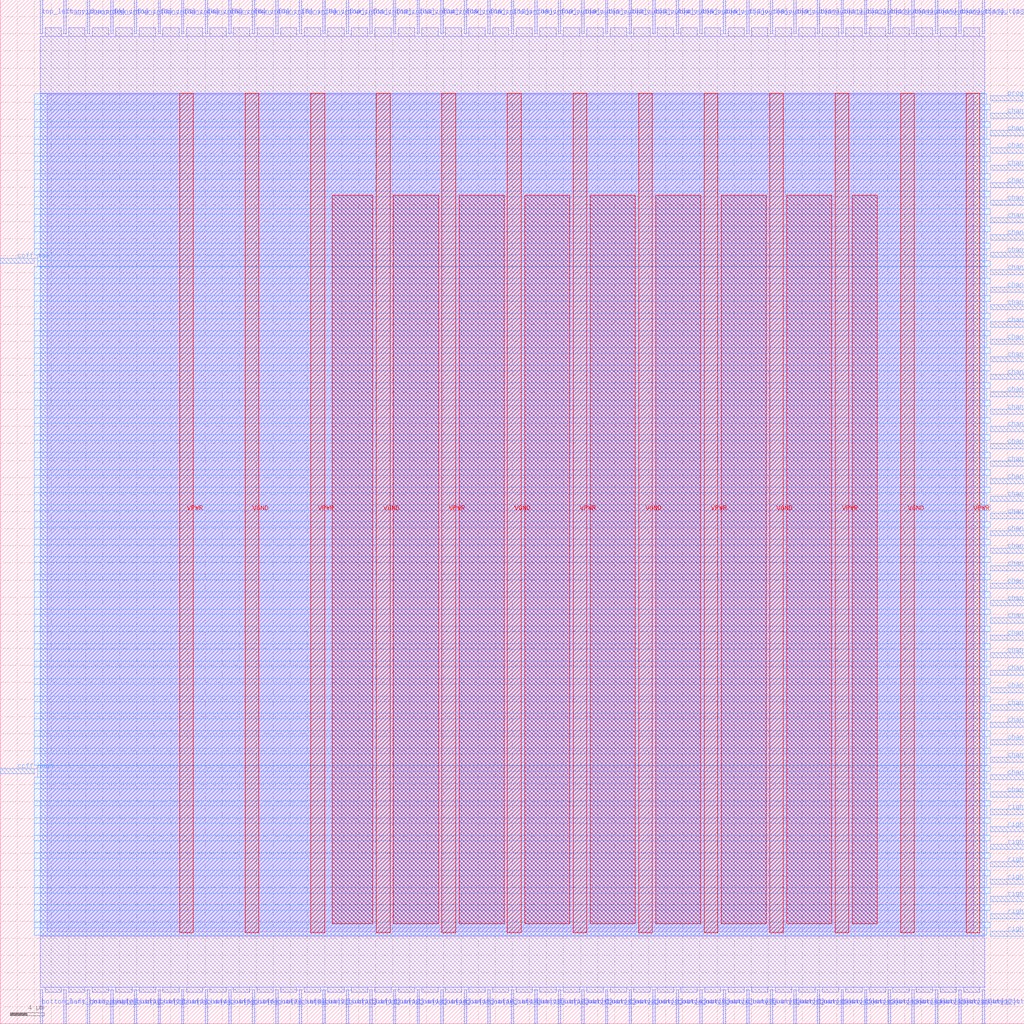
<source format=lef>
VERSION 5.7 ;
  NOWIREEXTENSIONATPIN ON ;
  DIVIDERCHAR "/" ;
  BUSBITCHARS "[]" ;
MACRO sb_0__1_
  CLASS BLOCK ;
  FOREIGN sb_0__1_ ;
  ORIGIN 0.000 0.000 ;
  SIZE 120.000 BY 120.000 ;
  PIN VGND
    DIRECTION INOUT ;
    USE GROUND ;
    PORT
      LAYER met4 ;
        RECT 28.720 10.640 30.320 109.040 ;
    END
    PORT
      LAYER met4 ;
        RECT 44.080 10.640 45.680 109.040 ;
    END
    PORT
      LAYER met4 ;
        RECT 59.440 10.640 61.040 109.040 ;
    END
    PORT
      LAYER met4 ;
        RECT 74.800 10.640 76.400 109.040 ;
    END
    PORT
      LAYER met4 ;
        RECT 90.160 10.640 91.760 109.040 ;
    END
    PORT
      LAYER met4 ;
        RECT 105.520 10.640 107.120 109.040 ;
    END
  END VGND
  PIN VPWR
    DIRECTION INOUT ;
    USE POWER ;
    PORT
      LAYER met4 ;
        RECT 21.040 10.640 22.640 109.040 ;
    END
    PORT
      LAYER met4 ;
        RECT 36.400 10.640 38.000 109.040 ;
    END
    PORT
      LAYER met4 ;
        RECT 51.760 10.640 53.360 109.040 ;
    END
    PORT
      LAYER met4 ;
        RECT 67.120 10.640 68.720 109.040 ;
    END
    PORT
      LAYER met4 ;
        RECT 82.480 10.640 84.080 109.040 ;
    END
    PORT
      LAYER met4 ;
        RECT 97.840 10.640 99.440 109.040 ;
    END
    PORT
      LAYER met4 ;
        RECT 113.200 10.640 114.800 109.040 ;
    END
  END VPWR
  PIN bottom_left_grid_pin_1_
    DIRECTION INPUT ;
    USE SIGNAL ;
    PORT
      LAYER met2 ;
        RECT 4.690 0.000 4.970 4.000 ;
    END
  END bottom_left_grid_pin_1_
  PIN ccff_head
    DIRECTION INPUT ;
    USE SIGNAL ;
    PORT
      LAYER met3 ;
        RECT 0.000 29.280 4.000 29.880 ;
    END
  END ccff_head
  PIN ccff_tail
    DIRECTION OUTPUT TRISTATE ;
    USE SIGNAL ;
    PORT
      LAYER met3 ;
        RECT 0.000 89.120 4.000 89.720 ;
    END
  END ccff_tail
  PIN chanx_right_in[0]
    DIRECTION INPUT ;
    USE SIGNAL ;
    PORT
      LAYER met3 ;
        RECT 116.000 26.560 120.000 27.160 ;
    END
  END chanx_right_in[0]
  PIN chanx_right_in[10]
    DIRECTION INPUT ;
    USE SIGNAL ;
    PORT
      LAYER met3 ;
        RECT 116.000 46.960 120.000 47.560 ;
    END
  END chanx_right_in[10]
  PIN chanx_right_in[11]
    DIRECTION INPUT ;
    USE SIGNAL ;
    PORT
      LAYER met3 ;
        RECT 116.000 49.000 120.000 49.600 ;
    END
  END chanx_right_in[11]
  PIN chanx_right_in[12]
    DIRECTION INPUT ;
    USE SIGNAL ;
    PORT
      LAYER met3 ;
        RECT 116.000 51.040 120.000 51.640 ;
    END
  END chanx_right_in[12]
  PIN chanx_right_in[13]
    DIRECTION INPUT ;
    USE SIGNAL ;
    PORT
      LAYER met3 ;
        RECT 116.000 53.080 120.000 53.680 ;
    END
  END chanx_right_in[13]
  PIN chanx_right_in[14]
    DIRECTION INPUT ;
    USE SIGNAL ;
    PORT
      LAYER met3 ;
        RECT 116.000 55.120 120.000 55.720 ;
    END
  END chanx_right_in[14]
  PIN chanx_right_in[15]
    DIRECTION INPUT ;
    USE SIGNAL ;
    PORT
      LAYER met3 ;
        RECT 116.000 57.160 120.000 57.760 ;
    END
  END chanx_right_in[15]
  PIN chanx_right_in[16]
    DIRECTION INPUT ;
    USE SIGNAL ;
    PORT
      LAYER met3 ;
        RECT 116.000 59.200 120.000 59.800 ;
    END
  END chanx_right_in[16]
  PIN chanx_right_in[17]
    DIRECTION INPUT ;
    USE SIGNAL ;
    PORT
      LAYER met3 ;
        RECT 116.000 61.240 120.000 61.840 ;
    END
  END chanx_right_in[17]
  PIN chanx_right_in[18]
    DIRECTION INPUT ;
    USE SIGNAL ;
    PORT
      LAYER met3 ;
        RECT 116.000 63.280 120.000 63.880 ;
    END
  END chanx_right_in[18]
  PIN chanx_right_in[19]
    DIRECTION INPUT ;
    USE SIGNAL ;
    PORT
      LAYER met3 ;
        RECT 116.000 65.320 120.000 65.920 ;
    END
  END chanx_right_in[19]
  PIN chanx_right_in[1]
    DIRECTION INPUT ;
    USE SIGNAL ;
    PORT
      LAYER met3 ;
        RECT 116.000 28.600 120.000 29.200 ;
    END
  END chanx_right_in[1]
  PIN chanx_right_in[2]
    DIRECTION INPUT ;
    USE SIGNAL ;
    PORT
      LAYER met3 ;
        RECT 116.000 30.640 120.000 31.240 ;
    END
  END chanx_right_in[2]
  PIN chanx_right_in[3]
    DIRECTION INPUT ;
    USE SIGNAL ;
    PORT
      LAYER met3 ;
        RECT 116.000 32.680 120.000 33.280 ;
    END
  END chanx_right_in[3]
  PIN chanx_right_in[4]
    DIRECTION INPUT ;
    USE SIGNAL ;
    PORT
      LAYER met3 ;
        RECT 116.000 34.720 120.000 35.320 ;
    END
  END chanx_right_in[4]
  PIN chanx_right_in[5]
    DIRECTION INPUT ;
    USE SIGNAL ;
    PORT
      LAYER met3 ;
        RECT 116.000 36.760 120.000 37.360 ;
    END
  END chanx_right_in[5]
  PIN chanx_right_in[6]
    DIRECTION INPUT ;
    USE SIGNAL ;
    PORT
      LAYER met3 ;
        RECT 116.000 38.800 120.000 39.400 ;
    END
  END chanx_right_in[6]
  PIN chanx_right_in[7]
    DIRECTION INPUT ;
    USE SIGNAL ;
    PORT
      LAYER met3 ;
        RECT 116.000 40.840 120.000 41.440 ;
    END
  END chanx_right_in[7]
  PIN chanx_right_in[8]
    DIRECTION INPUT ;
    USE SIGNAL ;
    PORT
      LAYER met3 ;
        RECT 116.000 42.880 120.000 43.480 ;
    END
  END chanx_right_in[8]
  PIN chanx_right_in[9]
    DIRECTION INPUT ;
    USE SIGNAL ;
    PORT
      LAYER met3 ;
        RECT 116.000 44.920 120.000 45.520 ;
    END
  END chanx_right_in[9]
  PIN chanx_right_out[0]
    DIRECTION OUTPUT TRISTATE ;
    USE SIGNAL ;
    PORT
      LAYER met3 ;
        RECT 116.000 67.360 120.000 67.960 ;
    END
  END chanx_right_out[0]
  PIN chanx_right_out[10]
    DIRECTION OUTPUT TRISTATE ;
    USE SIGNAL ;
    PORT
      LAYER met3 ;
        RECT 116.000 87.760 120.000 88.360 ;
    END
  END chanx_right_out[10]
  PIN chanx_right_out[11]
    DIRECTION OUTPUT TRISTATE ;
    USE SIGNAL ;
    PORT
      LAYER met3 ;
        RECT 116.000 89.800 120.000 90.400 ;
    END
  END chanx_right_out[11]
  PIN chanx_right_out[12]
    DIRECTION OUTPUT TRISTATE ;
    USE SIGNAL ;
    PORT
      LAYER met3 ;
        RECT 116.000 91.840 120.000 92.440 ;
    END
  END chanx_right_out[12]
  PIN chanx_right_out[13]
    DIRECTION OUTPUT TRISTATE ;
    USE SIGNAL ;
    PORT
      LAYER met3 ;
        RECT 116.000 93.880 120.000 94.480 ;
    END
  END chanx_right_out[13]
  PIN chanx_right_out[14]
    DIRECTION OUTPUT TRISTATE ;
    USE SIGNAL ;
    PORT
      LAYER met3 ;
        RECT 116.000 95.920 120.000 96.520 ;
    END
  END chanx_right_out[14]
  PIN chanx_right_out[15]
    DIRECTION OUTPUT TRISTATE ;
    USE SIGNAL ;
    PORT
      LAYER met3 ;
        RECT 116.000 97.960 120.000 98.560 ;
    END
  END chanx_right_out[15]
  PIN chanx_right_out[16]
    DIRECTION OUTPUT TRISTATE ;
    USE SIGNAL ;
    PORT
      LAYER met3 ;
        RECT 116.000 100.000 120.000 100.600 ;
    END
  END chanx_right_out[16]
  PIN chanx_right_out[17]
    DIRECTION OUTPUT TRISTATE ;
    USE SIGNAL ;
    PORT
      LAYER met3 ;
        RECT 116.000 102.040 120.000 102.640 ;
    END
  END chanx_right_out[17]
  PIN chanx_right_out[18]
    DIRECTION OUTPUT TRISTATE ;
    USE SIGNAL ;
    PORT
      LAYER met3 ;
        RECT 116.000 104.080 120.000 104.680 ;
    END
  END chanx_right_out[18]
  PIN chanx_right_out[19]
    DIRECTION OUTPUT TRISTATE ;
    USE SIGNAL ;
    PORT
      LAYER met3 ;
        RECT 116.000 106.120 120.000 106.720 ;
    END
  END chanx_right_out[19]
  PIN chanx_right_out[1]
    DIRECTION OUTPUT TRISTATE ;
    USE SIGNAL ;
    PORT
      LAYER met3 ;
        RECT 116.000 69.400 120.000 70.000 ;
    END
  END chanx_right_out[1]
  PIN chanx_right_out[2]
    DIRECTION OUTPUT TRISTATE ;
    USE SIGNAL ;
    PORT
      LAYER met3 ;
        RECT 116.000 71.440 120.000 72.040 ;
    END
  END chanx_right_out[2]
  PIN chanx_right_out[3]
    DIRECTION OUTPUT TRISTATE ;
    USE SIGNAL ;
    PORT
      LAYER met3 ;
        RECT 116.000 73.480 120.000 74.080 ;
    END
  END chanx_right_out[3]
  PIN chanx_right_out[4]
    DIRECTION OUTPUT TRISTATE ;
    USE SIGNAL ;
    PORT
      LAYER met3 ;
        RECT 116.000 75.520 120.000 76.120 ;
    END
  END chanx_right_out[4]
  PIN chanx_right_out[5]
    DIRECTION OUTPUT TRISTATE ;
    USE SIGNAL ;
    PORT
      LAYER met3 ;
        RECT 116.000 77.560 120.000 78.160 ;
    END
  END chanx_right_out[5]
  PIN chanx_right_out[6]
    DIRECTION OUTPUT TRISTATE ;
    USE SIGNAL ;
    PORT
      LAYER met3 ;
        RECT 116.000 79.600 120.000 80.200 ;
    END
  END chanx_right_out[6]
  PIN chanx_right_out[7]
    DIRECTION OUTPUT TRISTATE ;
    USE SIGNAL ;
    PORT
      LAYER met3 ;
        RECT 116.000 81.640 120.000 82.240 ;
    END
  END chanx_right_out[7]
  PIN chanx_right_out[8]
    DIRECTION OUTPUT TRISTATE ;
    USE SIGNAL ;
    PORT
      LAYER met3 ;
        RECT 116.000 83.680 120.000 84.280 ;
    END
  END chanx_right_out[8]
  PIN chanx_right_out[9]
    DIRECTION OUTPUT TRISTATE ;
    USE SIGNAL ;
    PORT
      LAYER met3 ;
        RECT 116.000 85.720 120.000 86.320 ;
    END
  END chanx_right_out[9]
  PIN chany_bottom_in[0]
    DIRECTION INPUT ;
    USE SIGNAL ;
    PORT
      LAYER met2 ;
        RECT 7.450 0.000 7.730 4.000 ;
    END
  END chany_bottom_in[0]
  PIN chany_bottom_in[10]
    DIRECTION INPUT ;
    USE SIGNAL ;
    PORT
      LAYER met2 ;
        RECT 35.050 0.000 35.330 4.000 ;
    END
  END chany_bottom_in[10]
  PIN chany_bottom_in[11]
    DIRECTION INPUT ;
    USE SIGNAL ;
    PORT
      LAYER met2 ;
        RECT 37.810 0.000 38.090 4.000 ;
    END
  END chany_bottom_in[11]
  PIN chany_bottom_in[12]
    DIRECTION INPUT ;
    USE SIGNAL ;
    PORT
      LAYER met2 ;
        RECT 40.570 0.000 40.850 4.000 ;
    END
  END chany_bottom_in[12]
  PIN chany_bottom_in[13]
    DIRECTION INPUT ;
    USE SIGNAL ;
    PORT
      LAYER met2 ;
        RECT 43.330 0.000 43.610 4.000 ;
    END
  END chany_bottom_in[13]
  PIN chany_bottom_in[14]
    DIRECTION INPUT ;
    USE SIGNAL ;
    PORT
      LAYER met2 ;
        RECT 46.090 0.000 46.370 4.000 ;
    END
  END chany_bottom_in[14]
  PIN chany_bottom_in[15]
    DIRECTION INPUT ;
    USE SIGNAL ;
    PORT
      LAYER met2 ;
        RECT 48.850 0.000 49.130 4.000 ;
    END
  END chany_bottom_in[15]
  PIN chany_bottom_in[16]
    DIRECTION INPUT ;
    USE SIGNAL ;
    PORT
      LAYER met2 ;
        RECT 51.610 0.000 51.890 4.000 ;
    END
  END chany_bottom_in[16]
  PIN chany_bottom_in[17]
    DIRECTION INPUT ;
    USE SIGNAL ;
    PORT
      LAYER met2 ;
        RECT 54.370 0.000 54.650 4.000 ;
    END
  END chany_bottom_in[17]
  PIN chany_bottom_in[18]
    DIRECTION INPUT ;
    USE SIGNAL ;
    PORT
      LAYER met2 ;
        RECT 57.130 0.000 57.410 4.000 ;
    END
  END chany_bottom_in[18]
  PIN chany_bottom_in[19]
    DIRECTION INPUT ;
    USE SIGNAL ;
    PORT
      LAYER met2 ;
        RECT 59.890 0.000 60.170 4.000 ;
    END
  END chany_bottom_in[19]
  PIN chany_bottom_in[1]
    DIRECTION INPUT ;
    USE SIGNAL ;
    PORT
      LAYER met2 ;
        RECT 10.210 0.000 10.490 4.000 ;
    END
  END chany_bottom_in[1]
  PIN chany_bottom_in[2]
    DIRECTION INPUT ;
    USE SIGNAL ;
    PORT
      LAYER met2 ;
        RECT 12.970 0.000 13.250 4.000 ;
    END
  END chany_bottom_in[2]
  PIN chany_bottom_in[3]
    DIRECTION INPUT ;
    USE SIGNAL ;
    PORT
      LAYER met2 ;
        RECT 15.730 0.000 16.010 4.000 ;
    END
  END chany_bottom_in[3]
  PIN chany_bottom_in[4]
    DIRECTION INPUT ;
    USE SIGNAL ;
    PORT
      LAYER met2 ;
        RECT 18.490 0.000 18.770 4.000 ;
    END
  END chany_bottom_in[4]
  PIN chany_bottom_in[5]
    DIRECTION INPUT ;
    USE SIGNAL ;
    PORT
      LAYER met2 ;
        RECT 21.250 0.000 21.530 4.000 ;
    END
  END chany_bottom_in[5]
  PIN chany_bottom_in[6]
    DIRECTION INPUT ;
    USE SIGNAL ;
    PORT
      LAYER met2 ;
        RECT 24.010 0.000 24.290 4.000 ;
    END
  END chany_bottom_in[6]
  PIN chany_bottom_in[7]
    DIRECTION INPUT ;
    USE SIGNAL ;
    PORT
      LAYER met2 ;
        RECT 26.770 0.000 27.050 4.000 ;
    END
  END chany_bottom_in[7]
  PIN chany_bottom_in[8]
    DIRECTION INPUT ;
    USE SIGNAL ;
    PORT
      LAYER met2 ;
        RECT 29.530 0.000 29.810 4.000 ;
    END
  END chany_bottom_in[8]
  PIN chany_bottom_in[9]
    DIRECTION INPUT ;
    USE SIGNAL ;
    PORT
      LAYER met2 ;
        RECT 32.290 0.000 32.570 4.000 ;
    END
  END chany_bottom_in[9]
  PIN chany_bottom_out[0]
    DIRECTION OUTPUT TRISTATE ;
    USE SIGNAL ;
    PORT
      LAYER met2 ;
        RECT 62.650 0.000 62.930 4.000 ;
    END
  END chany_bottom_out[0]
  PIN chany_bottom_out[10]
    DIRECTION OUTPUT TRISTATE ;
    USE SIGNAL ;
    PORT
      LAYER met2 ;
        RECT 90.250 0.000 90.530 4.000 ;
    END
  END chany_bottom_out[10]
  PIN chany_bottom_out[11]
    DIRECTION OUTPUT TRISTATE ;
    USE SIGNAL ;
    PORT
      LAYER met2 ;
        RECT 93.010 0.000 93.290 4.000 ;
    END
  END chany_bottom_out[11]
  PIN chany_bottom_out[12]
    DIRECTION OUTPUT TRISTATE ;
    USE SIGNAL ;
    PORT
      LAYER met2 ;
        RECT 95.770 0.000 96.050 4.000 ;
    END
  END chany_bottom_out[12]
  PIN chany_bottom_out[13]
    DIRECTION OUTPUT TRISTATE ;
    USE SIGNAL ;
    PORT
      LAYER met2 ;
        RECT 98.530 0.000 98.810 4.000 ;
    END
  END chany_bottom_out[13]
  PIN chany_bottom_out[14]
    DIRECTION OUTPUT TRISTATE ;
    USE SIGNAL ;
    PORT
      LAYER met2 ;
        RECT 101.290 0.000 101.570 4.000 ;
    END
  END chany_bottom_out[14]
  PIN chany_bottom_out[15]
    DIRECTION OUTPUT TRISTATE ;
    USE SIGNAL ;
    PORT
      LAYER met2 ;
        RECT 104.050 0.000 104.330 4.000 ;
    END
  END chany_bottom_out[15]
  PIN chany_bottom_out[16]
    DIRECTION OUTPUT TRISTATE ;
    USE SIGNAL ;
    PORT
      LAYER met2 ;
        RECT 106.810 0.000 107.090 4.000 ;
    END
  END chany_bottom_out[16]
  PIN chany_bottom_out[17]
    DIRECTION OUTPUT TRISTATE ;
    USE SIGNAL ;
    PORT
      LAYER met2 ;
        RECT 109.570 0.000 109.850 4.000 ;
    END
  END chany_bottom_out[17]
  PIN chany_bottom_out[18]
    DIRECTION OUTPUT TRISTATE ;
    USE SIGNAL ;
    PORT
      LAYER met2 ;
        RECT 112.330 0.000 112.610 4.000 ;
    END
  END chany_bottom_out[18]
  PIN chany_bottom_out[19]
    DIRECTION OUTPUT TRISTATE ;
    USE SIGNAL ;
    PORT
      LAYER met2 ;
        RECT 115.090 0.000 115.370 4.000 ;
    END
  END chany_bottom_out[19]
  PIN chany_bottom_out[1]
    DIRECTION OUTPUT TRISTATE ;
    USE SIGNAL ;
    PORT
      LAYER met2 ;
        RECT 65.410 0.000 65.690 4.000 ;
    END
  END chany_bottom_out[1]
  PIN chany_bottom_out[2]
    DIRECTION OUTPUT TRISTATE ;
    USE SIGNAL ;
    PORT
      LAYER met2 ;
        RECT 68.170 0.000 68.450 4.000 ;
    END
  END chany_bottom_out[2]
  PIN chany_bottom_out[3]
    DIRECTION OUTPUT TRISTATE ;
    USE SIGNAL ;
    PORT
      LAYER met2 ;
        RECT 70.930 0.000 71.210 4.000 ;
    END
  END chany_bottom_out[3]
  PIN chany_bottom_out[4]
    DIRECTION OUTPUT TRISTATE ;
    USE SIGNAL ;
    PORT
      LAYER met2 ;
        RECT 73.690 0.000 73.970 4.000 ;
    END
  END chany_bottom_out[4]
  PIN chany_bottom_out[5]
    DIRECTION OUTPUT TRISTATE ;
    USE SIGNAL ;
    PORT
      LAYER met2 ;
        RECT 76.450 0.000 76.730 4.000 ;
    END
  END chany_bottom_out[5]
  PIN chany_bottom_out[6]
    DIRECTION OUTPUT TRISTATE ;
    USE SIGNAL ;
    PORT
      LAYER met2 ;
        RECT 79.210 0.000 79.490 4.000 ;
    END
  END chany_bottom_out[6]
  PIN chany_bottom_out[7]
    DIRECTION OUTPUT TRISTATE ;
    USE SIGNAL ;
    PORT
      LAYER met2 ;
        RECT 81.970 0.000 82.250 4.000 ;
    END
  END chany_bottom_out[7]
  PIN chany_bottom_out[8]
    DIRECTION OUTPUT TRISTATE ;
    USE SIGNAL ;
    PORT
      LAYER met2 ;
        RECT 84.730 0.000 85.010 4.000 ;
    END
  END chany_bottom_out[8]
  PIN chany_bottom_out[9]
    DIRECTION OUTPUT TRISTATE ;
    USE SIGNAL ;
    PORT
      LAYER met2 ;
        RECT 87.490 0.000 87.770 4.000 ;
    END
  END chany_bottom_out[9]
  PIN chany_top_in[0]
    DIRECTION INPUT ;
    USE SIGNAL ;
    PORT
      LAYER met2 ;
        RECT 7.450 116.000 7.730 120.000 ;
    END
  END chany_top_in[0]
  PIN chany_top_in[10]
    DIRECTION INPUT ;
    USE SIGNAL ;
    PORT
      LAYER met2 ;
        RECT 35.050 116.000 35.330 120.000 ;
    END
  END chany_top_in[10]
  PIN chany_top_in[11]
    DIRECTION INPUT ;
    USE SIGNAL ;
    PORT
      LAYER met2 ;
        RECT 37.810 116.000 38.090 120.000 ;
    END
  END chany_top_in[11]
  PIN chany_top_in[12]
    DIRECTION INPUT ;
    USE SIGNAL ;
    PORT
      LAYER met2 ;
        RECT 40.570 116.000 40.850 120.000 ;
    END
  END chany_top_in[12]
  PIN chany_top_in[13]
    DIRECTION INPUT ;
    USE SIGNAL ;
    PORT
      LAYER met2 ;
        RECT 43.330 116.000 43.610 120.000 ;
    END
  END chany_top_in[13]
  PIN chany_top_in[14]
    DIRECTION INPUT ;
    USE SIGNAL ;
    PORT
      LAYER met2 ;
        RECT 46.090 116.000 46.370 120.000 ;
    END
  END chany_top_in[14]
  PIN chany_top_in[15]
    DIRECTION INPUT ;
    USE SIGNAL ;
    PORT
      LAYER met2 ;
        RECT 48.850 116.000 49.130 120.000 ;
    END
  END chany_top_in[15]
  PIN chany_top_in[16]
    DIRECTION INPUT ;
    USE SIGNAL ;
    PORT
      LAYER met2 ;
        RECT 51.610 116.000 51.890 120.000 ;
    END
  END chany_top_in[16]
  PIN chany_top_in[17]
    DIRECTION INPUT ;
    USE SIGNAL ;
    PORT
      LAYER met2 ;
        RECT 54.370 116.000 54.650 120.000 ;
    END
  END chany_top_in[17]
  PIN chany_top_in[18]
    DIRECTION INPUT ;
    USE SIGNAL ;
    PORT
      LAYER met2 ;
        RECT 57.130 116.000 57.410 120.000 ;
    END
  END chany_top_in[18]
  PIN chany_top_in[19]
    DIRECTION INPUT ;
    USE SIGNAL ;
    PORT
      LAYER met2 ;
        RECT 59.890 116.000 60.170 120.000 ;
    END
  END chany_top_in[19]
  PIN chany_top_in[1]
    DIRECTION INPUT ;
    USE SIGNAL ;
    PORT
      LAYER met2 ;
        RECT 10.210 116.000 10.490 120.000 ;
    END
  END chany_top_in[1]
  PIN chany_top_in[2]
    DIRECTION INPUT ;
    USE SIGNAL ;
    PORT
      LAYER met2 ;
        RECT 12.970 116.000 13.250 120.000 ;
    END
  END chany_top_in[2]
  PIN chany_top_in[3]
    DIRECTION INPUT ;
    USE SIGNAL ;
    PORT
      LAYER met2 ;
        RECT 15.730 116.000 16.010 120.000 ;
    END
  END chany_top_in[3]
  PIN chany_top_in[4]
    DIRECTION INPUT ;
    USE SIGNAL ;
    PORT
      LAYER met2 ;
        RECT 18.490 116.000 18.770 120.000 ;
    END
  END chany_top_in[4]
  PIN chany_top_in[5]
    DIRECTION INPUT ;
    USE SIGNAL ;
    PORT
      LAYER met2 ;
        RECT 21.250 116.000 21.530 120.000 ;
    END
  END chany_top_in[5]
  PIN chany_top_in[6]
    DIRECTION INPUT ;
    USE SIGNAL ;
    PORT
      LAYER met2 ;
        RECT 24.010 116.000 24.290 120.000 ;
    END
  END chany_top_in[6]
  PIN chany_top_in[7]
    DIRECTION INPUT ;
    USE SIGNAL ;
    PORT
      LAYER met2 ;
        RECT 26.770 116.000 27.050 120.000 ;
    END
  END chany_top_in[7]
  PIN chany_top_in[8]
    DIRECTION INPUT ;
    USE SIGNAL ;
    PORT
      LAYER met2 ;
        RECT 29.530 116.000 29.810 120.000 ;
    END
  END chany_top_in[8]
  PIN chany_top_in[9]
    DIRECTION INPUT ;
    USE SIGNAL ;
    PORT
      LAYER met2 ;
        RECT 32.290 116.000 32.570 120.000 ;
    END
  END chany_top_in[9]
  PIN chany_top_out[0]
    DIRECTION OUTPUT TRISTATE ;
    USE SIGNAL ;
    PORT
      LAYER met2 ;
        RECT 62.650 116.000 62.930 120.000 ;
    END
  END chany_top_out[0]
  PIN chany_top_out[10]
    DIRECTION OUTPUT TRISTATE ;
    USE SIGNAL ;
    PORT
      LAYER met2 ;
        RECT 90.250 116.000 90.530 120.000 ;
    END
  END chany_top_out[10]
  PIN chany_top_out[11]
    DIRECTION OUTPUT TRISTATE ;
    USE SIGNAL ;
    PORT
      LAYER met2 ;
        RECT 93.010 116.000 93.290 120.000 ;
    END
  END chany_top_out[11]
  PIN chany_top_out[12]
    DIRECTION OUTPUT TRISTATE ;
    USE SIGNAL ;
    PORT
      LAYER met2 ;
        RECT 95.770 116.000 96.050 120.000 ;
    END
  END chany_top_out[12]
  PIN chany_top_out[13]
    DIRECTION OUTPUT TRISTATE ;
    USE SIGNAL ;
    PORT
      LAYER met2 ;
        RECT 98.530 116.000 98.810 120.000 ;
    END
  END chany_top_out[13]
  PIN chany_top_out[14]
    DIRECTION OUTPUT TRISTATE ;
    USE SIGNAL ;
    PORT
      LAYER met2 ;
        RECT 101.290 116.000 101.570 120.000 ;
    END
  END chany_top_out[14]
  PIN chany_top_out[15]
    DIRECTION OUTPUT TRISTATE ;
    USE SIGNAL ;
    PORT
      LAYER met2 ;
        RECT 104.050 116.000 104.330 120.000 ;
    END
  END chany_top_out[15]
  PIN chany_top_out[16]
    DIRECTION OUTPUT TRISTATE ;
    USE SIGNAL ;
    PORT
      LAYER met2 ;
        RECT 106.810 116.000 107.090 120.000 ;
    END
  END chany_top_out[16]
  PIN chany_top_out[17]
    DIRECTION OUTPUT TRISTATE ;
    USE SIGNAL ;
    PORT
      LAYER met2 ;
        RECT 109.570 116.000 109.850 120.000 ;
    END
  END chany_top_out[17]
  PIN chany_top_out[18]
    DIRECTION OUTPUT TRISTATE ;
    USE SIGNAL ;
    PORT
      LAYER met2 ;
        RECT 112.330 116.000 112.610 120.000 ;
    END
  END chany_top_out[18]
  PIN chany_top_out[19]
    DIRECTION OUTPUT TRISTATE ;
    USE SIGNAL ;
    PORT
      LAYER met2 ;
        RECT 115.090 116.000 115.370 120.000 ;
    END
  END chany_top_out[19]
  PIN chany_top_out[1]
    DIRECTION OUTPUT TRISTATE ;
    USE SIGNAL ;
    PORT
      LAYER met2 ;
        RECT 65.410 116.000 65.690 120.000 ;
    END
  END chany_top_out[1]
  PIN chany_top_out[2]
    DIRECTION OUTPUT TRISTATE ;
    USE SIGNAL ;
    PORT
      LAYER met2 ;
        RECT 68.170 116.000 68.450 120.000 ;
    END
  END chany_top_out[2]
  PIN chany_top_out[3]
    DIRECTION OUTPUT TRISTATE ;
    USE SIGNAL ;
    PORT
      LAYER met2 ;
        RECT 70.930 116.000 71.210 120.000 ;
    END
  END chany_top_out[3]
  PIN chany_top_out[4]
    DIRECTION OUTPUT TRISTATE ;
    USE SIGNAL ;
    PORT
      LAYER met2 ;
        RECT 73.690 116.000 73.970 120.000 ;
    END
  END chany_top_out[4]
  PIN chany_top_out[5]
    DIRECTION OUTPUT TRISTATE ;
    USE SIGNAL ;
    PORT
      LAYER met2 ;
        RECT 76.450 116.000 76.730 120.000 ;
    END
  END chany_top_out[5]
  PIN chany_top_out[6]
    DIRECTION OUTPUT TRISTATE ;
    USE SIGNAL ;
    PORT
      LAYER met2 ;
        RECT 79.210 116.000 79.490 120.000 ;
    END
  END chany_top_out[6]
  PIN chany_top_out[7]
    DIRECTION OUTPUT TRISTATE ;
    USE SIGNAL ;
    PORT
      LAYER met2 ;
        RECT 81.970 116.000 82.250 120.000 ;
    END
  END chany_top_out[7]
  PIN chany_top_out[8]
    DIRECTION OUTPUT TRISTATE ;
    USE SIGNAL ;
    PORT
      LAYER met2 ;
        RECT 84.730 116.000 85.010 120.000 ;
    END
  END chany_top_out[8]
  PIN chany_top_out[9]
    DIRECTION OUTPUT TRISTATE ;
    USE SIGNAL ;
    PORT
      LAYER met2 ;
        RECT 87.490 116.000 87.770 120.000 ;
    END
  END chany_top_out[9]
  PIN prog_clk_0_E_in
    DIRECTION INPUT ;
    USE SIGNAL ;
    PORT
      LAYER met3 ;
        RECT 116.000 108.160 120.000 108.760 ;
    END
  END prog_clk_0_E_in
  PIN right_bottom_grid_pin_34_
    DIRECTION INPUT ;
    USE SIGNAL ;
    PORT
      LAYER met3 ;
        RECT 116.000 10.240 120.000 10.840 ;
    END
  END right_bottom_grid_pin_34_
  PIN right_bottom_grid_pin_35_
    DIRECTION INPUT ;
    USE SIGNAL ;
    PORT
      LAYER met3 ;
        RECT 116.000 12.280 120.000 12.880 ;
    END
  END right_bottom_grid_pin_35_
  PIN right_bottom_grid_pin_36_
    DIRECTION INPUT ;
    USE SIGNAL ;
    PORT
      LAYER met3 ;
        RECT 116.000 14.320 120.000 14.920 ;
    END
  END right_bottom_grid_pin_36_
  PIN right_bottom_grid_pin_37_
    DIRECTION INPUT ;
    USE SIGNAL ;
    PORT
      LAYER met3 ;
        RECT 116.000 16.360 120.000 16.960 ;
    END
  END right_bottom_grid_pin_37_
  PIN right_bottom_grid_pin_38_
    DIRECTION INPUT ;
    USE SIGNAL ;
    PORT
      LAYER met3 ;
        RECT 116.000 18.400 120.000 19.000 ;
    END
  END right_bottom_grid_pin_38_
  PIN right_bottom_grid_pin_39_
    DIRECTION INPUT ;
    USE SIGNAL ;
    PORT
      LAYER met3 ;
        RECT 116.000 20.440 120.000 21.040 ;
    END
  END right_bottom_grid_pin_39_
  PIN right_bottom_grid_pin_40_
    DIRECTION INPUT ;
    USE SIGNAL ;
    PORT
      LAYER met3 ;
        RECT 116.000 22.480 120.000 23.080 ;
    END
  END right_bottom_grid_pin_40_
  PIN right_bottom_grid_pin_41_
    DIRECTION INPUT ;
    USE SIGNAL ;
    PORT
      LAYER met3 ;
        RECT 116.000 24.520 120.000 25.120 ;
    END
  END right_bottom_grid_pin_41_
  PIN top_left_grid_pin_1_
    DIRECTION INPUT ;
    USE SIGNAL ;
    PORT
      LAYER met2 ;
        RECT 4.690 116.000 4.970 120.000 ;
    END
  END top_left_grid_pin_1_
  OBS
      LAYER li1 ;
        RECT 5.520 10.795 114.080 108.885 ;
      LAYER met1 ;
        RECT 4.670 10.240 115.390 109.040 ;
      LAYER met2 ;
        RECT 5.250 115.720 7.170 116.690 ;
        RECT 8.010 115.720 9.930 116.690 ;
        RECT 10.770 115.720 12.690 116.690 ;
        RECT 13.530 115.720 15.450 116.690 ;
        RECT 16.290 115.720 18.210 116.690 ;
        RECT 19.050 115.720 20.970 116.690 ;
        RECT 21.810 115.720 23.730 116.690 ;
        RECT 24.570 115.720 26.490 116.690 ;
        RECT 27.330 115.720 29.250 116.690 ;
        RECT 30.090 115.720 32.010 116.690 ;
        RECT 32.850 115.720 34.770 116.690 ;
        RECT 35.610 115.720 37.530 116.690 ;
        RECT 38.370 115.720 40.290 116.690 ;
        RECT 41.130 115.720 43.050 116.690 ;
        RECT 43.890 115.720 45.810 116.690 ;
        RECT 46.650 115.720 48.570 116.690 ;
        RECT 49.410 115.720 51.330 116.690 ;
        RECT 52.170 115.720 54.090 116.690 ;
        RECT 54.930 115.720 56.850 116.690 ;
        RECT 57.690 115.720 59.610 116.690 ;
        RECT 60.450 115.720 62.370 116.690 ;
        RECT 63.210 115.720 65.130 116.690 ;
        RECT 65.970 115.720 67.890 116.690 ;
        RECT 68.730 115.720 70.650 116.690 ;
        RECT 71.490 115.720 73.410 116.690 ;
        RECT 74.250 115.720 76.170 116.690 ;
        RECT 77.010 115.720 78.930 116.690 ;
        RECT 79.770 115.720 81.690 116.690 ;
        RECT 82.530 115.720 84.450 116.690 ;
        RECT 85.290 115.720 87.210 116.690 ;
        RECT 88.050 115.720 89.970 116.690 ;
        RECT 90.810 115.720 92.730 116.690 ;
        RECT 93.570 115.720 95.490 116.690 ;
        RECT 96.330 115.720 98.250 116.690 ;
        RECT 99.090 115.720 101.010 116.690 ;
        RECT 101.850 115.720 103.770 116.690 ;
        RECT 104.610 115.720 106.530 116.690 ;
        RECT 107.370 115.720 109.290 116.690 ;
        RECT 110.130 115.720 112.050 116.690 ;
        RECT 112.890 115.720 114.810 116.690 ;
        RECT 4.700 4.280 115.360 115.720 ;
        RECT 5.250 3.670 7.170 4.280 ;
        RECT 8.010 3.670 9.930 4.280 ;
        RECT 10.770 3.670 12.690 4.280 ;
        RECT 13.530 3.670 15.450 4.280 ;
        RECT 16.290 3.670 18.210 4.280 ;
        RECT 19.050 3.670 20.970 4.280 ;
        RECT 21.810 3.670 23.730 4.280 ;
        RECT 24.570 3.670 26.490 4.280 ;
        RECT 27.330 3.670 29.250 4.280 ;
        RECT 30.090 3.670 32.010 4.280 ;
        RECT 32.850 3.670 34.770 4.280 ;
        RECT 35.610 3.670 37.530 4.280 ;
        RECT 38.370 3.670 40.290 4.280 ;
        RECT 41.130 3.670 43.050 4.280 ;
        RECT 43.890 3.670 45.810 4.280 ;
        RECT 46.650 3.670 48.570 4.280 ;
        RECT 49.410 3.670 51.330 4.280 ;
        RECT 52.170 3.670 54.090 4.280 ;
        RECT 54.930 3.670 56.850 4.280 ;
        RECT 57.690 3.670 59.610 4.280 ;
        RECT 60.450 3.670 62.370 4.280 ;
        RECT 63.210 3.670 65.130 4.280 ;
        RECT 65.970 3.670 67.890 4.280 ;
        RECT 68.730 3.670 70.650 4.280 ;
        RECT 71.490 3.670 73.410 4.280 ;
        RECT 74.250 3.670 76.170 4.280 ;
        RECT 77.010 3.670 78.930 4.280 ;
        RECT 79.770 3.670 81.690 4.280 ;
        RECT 82.530 3.670 84.450 4.280 ;
        RECT 85.290 3.670 87.210 4.280 ;
        RECT 88.050 3.670 89.970 4.280 ;
        RECT 90.810 3.670 92.730 4.280 ;
        RECT 93.570 3.670 95.490 4.280 ;
        RECT 96.330 3.670 98.250 4.280 ;
        RECT 99.090 3.670 101.010 4.280 ;
        RECT 101.850 3.670 103.770 4.280 ;
        RECT 104.610 3.670 106.530 4.280 ;
        RECT 107.370 3.670 109.290 4.280 ;
        RECT 110.130 3.670 112.050 4.280 ;
        RECT 112.890 3.670 114.810 4.280 ;
      LAYER met3 ;
        RECT 4.000 107.760 115.600 108.965 ;
        RECT 4.000 107.120 116.000 107.760 ;
        RECT 4.000 105.720 115.600 107.120 ;
        RECT 4.000 105.080 116.000 105.720 ;
        RECT 4.000 103.680 115.600 105.080 ;
        RECT 4.000 103.040 116.000 103.680 ;
        RECT 4.000 101.640 115.600 103.040 ;
        RECT 4.000 101.000 116.000 101.640 ;
        RECT 4.000 99.600 115.600 101.000 ;
        RECT 4.000 98.960 116.000 99.600 ;
        RECT 4.000 97.560 115.600 98.960 ;
        RECT 4.000 96.920 116.000 97.560 ;
        RECT 4.000 95.520 115.600 96.920 ;
        RECT 4.000 94.880 116.000 95.520 ;
        RECT 4.000 93.480 115.600 94.880 ;
        RECT 4.000 92.840 116.000 93.480 ;
        RECT 4.000 91.440 115.600 92.840 ;
        RECT 4.000 90.800 116.000 91.440 ;
        RECT 4.000 90.120 115.600 90.800 ;
        RECT 4.400 89.400 115.600 90.120 ;
        RECT 4.400 88.760 116.000 89.400 ;
        RECT 4.400 88.720 115.600 88.760 ;
        RECT 4.000 87.360 115.600 88.720 ;
        RECT 4.000 86.720 116.000 87.360 ;
        RECT 4.000 85.320 115.600 86.720 ;
        RECT 4.000 84.680 116.000 85.320 ;
        RECT 4.000 83.280 115.600 84.680 ;
        RECT 4.000 82.640 116.000 83.280 ;
        RECT 4.000 81.240 115.600 82.640 ;
        RECT 4.000 80.600 116.000 81.240 ;
        RECT 4.000 79.200 115.600 80.600 ;
        RECT 4.000 78.560 116.000 79.200 ;
        RECT 4.000 77.160 115.600 78.560 ;
        RECT 4.000 76.520 116.000 77.160 ;
        RECT 4.000 75.120 115.600 76.520 ;
        RECT 4.000 74.480 116.000 75.120 ;
        RECT 4.000 73.080 115.600 74.480 ;
        RECT 4.000 72.440 116.000 73.080 ;
        RECT 4.000 71.040 115.600 72.440 ;
        RECT 4.000 70.400 116.000 71.040 ;
        RECT 4.000 69.000 115.600 70.400 ;
        RECT 4.000 68.360 116.000 69.000 ;
        RECT 4.000 66.960 115.600 68.360 ;
        RECT 4.000 66.320 116.000 66.960 ;
        RECT 4.000 64.920 115.600 66.320 ;
        RECT 4.000 64.280 116.000 64.920 ;
        RECT 4.000 62.880 115.600 64.280 ;
        RECT 4.000 62.240 116.000 62.880 ;
        RECT 4.000 60.840 115.600 62.240 ;
        RECT 4.000 60.200 116.000 60.840 ;
        RECT 4.000 58.800 115.600 60.200 ;
        RECT 4.000 58.160 116.000 58.800 ;
        RECT 4.000 56.760 115.600 58.160 ;
        RECT 4.000 56.120 116.000 56.760 ;
        RECT 4.000 54.720 115.600 56.120 ;
        RECT 4.000 54.080 116.000 54.720 ;
        RECT 4.000 52.680 115.600 54.080 ;
        RECT 4.000 52.040 116.000 52.680 ;
        RECT 4.000 50.640 115.600 52.040 ;
        RECT 4.000 50.000 116.000 50.640 ;
        RECT 4.000 48.600 115.600 50.000 ;
        RECT 4.000 47.960 116.000 48.600 ;
        RECT 4.000 46.560 115.600 47.960 ;
        RECT 4.000 45.920 116.000 46.560 ;
        RECT 4.000 44.520 115.600 45.920 ;
        RECT 4.000 43.880 116.000 44.520 ;
        RECT 4.000 42.480 115.600 43.880 ;
        RECT 4.000 41.840 116.000 42.480 ;
        RECT 4.000 40.440 115.600 41.840 ;
        RECT 4.000 39.800 116.000 40.440 ;
        RECT 4.000 38.400 115.600 39.800 ;
        RECT 4.000 37.760 116.000 38.400 ;
        RECT 4.000 36.360 115.600 37.760 ;
        RECT 4.000 35.720 116.000 36.360 ;
        RECT 4.000 34.320 115.600 35.720 ;
        RECT 4.000 33.680 116.000 34.320 ;
        RECT 4.000 32.280 115.600 33.680 ;
        RECT 4.000 31.640 116.000 32.280 ;
        RECT 4.000 30.280 115.600 31.640 ;
        RECT 4.400 30.240 115.600 30.280 ;
        RECT 4.400 29.600 116.000 30.240 ;
        RECT 4.400 28.880 115.600 29.600 ;
        RECT 4.000 28.200 115.600 28.880 ;
        RECT 4.000 27.560 116.000 28.200 ;
        RECT 4.000 26.160 115.600 27.560 ;
        RECT 4.000 25.520 116.000 26.160 ;
        RECT 4.000 24.120 115.600 25.520 ;
        RECT 4.000 23.480 116.000 24.120 ;
        RECT 4.000 22.080 115.600 23.480 ;
        RECT 4.000 21.440 116.000 22.080 ;
        RECT 4.000 20.040 115.600 21.440 ;
        RECT 4.000 19.400 116.000 20.040 ;
        RECT 4.000 18.000 115.600 19.400 ;
        RECT 4.000 17.360 116.000 18.000 ;
        RECT 4.000 15.960 115.600 17.360 ;
        RECT 4.000 15.320 116.000 15.960 ;
        RECT 4.000 13.920 115.600 15.320 ;
        RECT 4.000 13.280 116.000 13.920 ;
        RECT 4.000 11.880 115.600 13.280 ;
        RECT 4.000 11.240 116.000 11.880 ;
        RECT 4.000 10.390 115.600 11.240 ;
      LAYER met4 ;
        RECT 38.935 11.735 43.680 97.065 ;
        RECT 46.080 11.735 51.360 97.065 ;
        RECT 53.760 11.735 59.040 97.065 ;
        RECT 61.440 11.735 66.720 97.065 ;
        RECT 69.120 11.735 74.400 97.065 ;
        RECT 76.800 11.735 82.080 97.065 ;
        RECT 84.480 11.735 89.760 97.065 ;
        RECT 92.160 11.735 97.440 97.065 ;
        RECT 99.840 11.735 102.745 97.065 ;
  END
END sb_0__1_
END LIBRARY


</source>
